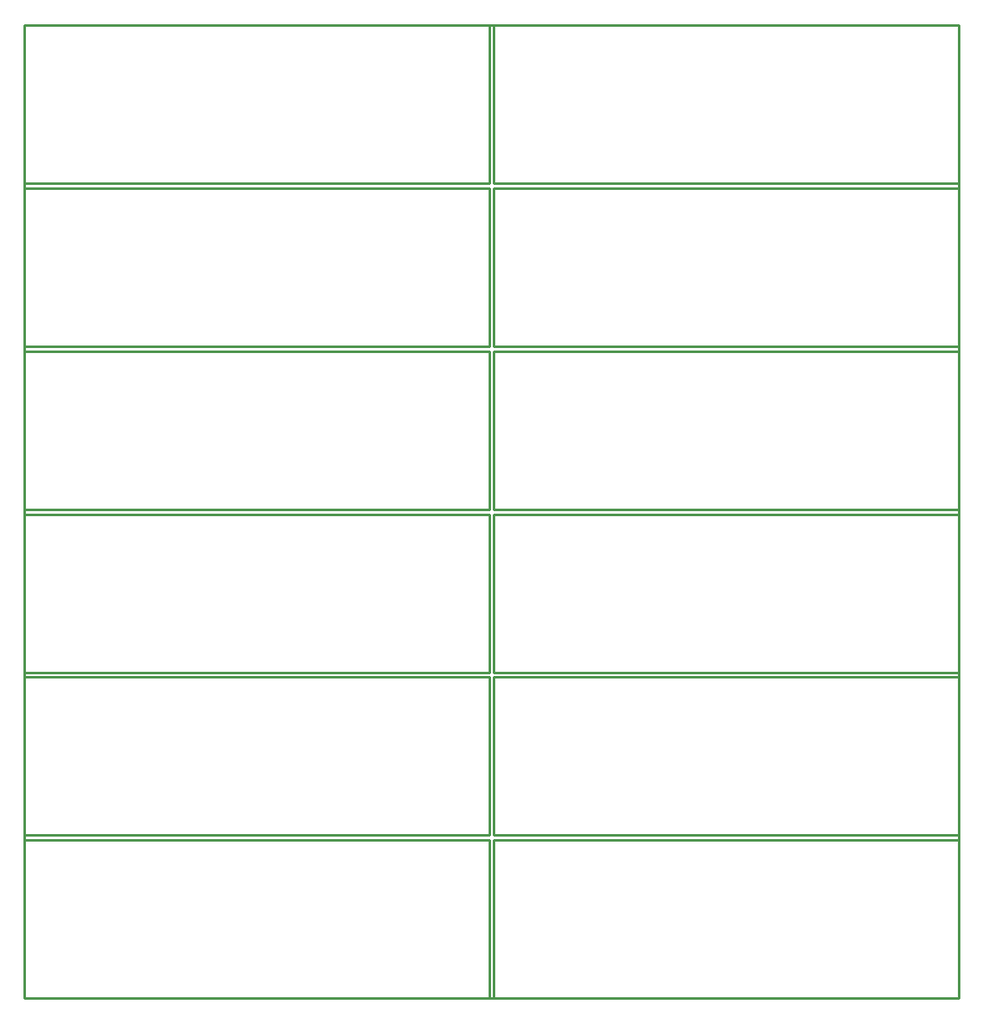
<source format=gko>
G04 Layer_Color=16711935*
%FSLAX25Y25*%
%MOIN*%
G70*
G01*
G75*
%ADD23C,0.00984*%
D23*
X0Y0D02*
Y387795D01*
X372047D01*
Y0D02*
Y387795D01*
X0Y0D02*
X372047D01*
X0D02*
X185039D01*
Y62992D01*
X0Y0D02*
Y62992D01*
X185039D01*
X187008Y0D02*
X372047D01*
Y62992D01*
X187008Y0D02*
Y62992D01*
X372047D01*
X0Y64961D02*
X185039D01*
Y127953D01*
X0Y64961D02*
Y127953D01*
X185039D01*
X187008Y64961D02*
X372047D01*
Y127953D01*
X187008Y64961D02*
Y127953D01*
X372047D01*
X0Y129921D02*
X185039D01*
Y192913D01*
X0Y129921D02*
Y192913D01*
X185039D01*
X187008Y129921D02*
X372047D01*
Y192913D01*
X187008Y129921D02*
Y192913D01*
X372047D01*
X0Y194882D02*
X185039D01*
Y257874D01*
X0Y194882D02*
Y257874D01*
X185039D01*
X187008Y194882D02*
X372047D01*
Y257874D01*
X187008Y194882D02*
Y257874D01*
X372047D01*
X0Y259842D02*
X185039D01*
Y322835D01*
X0Y259842D02*
Y322835D01*
X185039D01*
X187008Y259842D02*
X372047D01*
Y322835D01*
X187008Y259842D02*
Y322835D01*
X372047D01*
X0Y324803D02*
X185039D01*
Y387795D01*
X0Y324803D02*
Y387795D01*
X185039D01*
X187008Y324803D02*
X372047D01*
Y387795D01*
X187008Y324803D02*
Y387795D01*
X372047D01*
M02*

</source>
